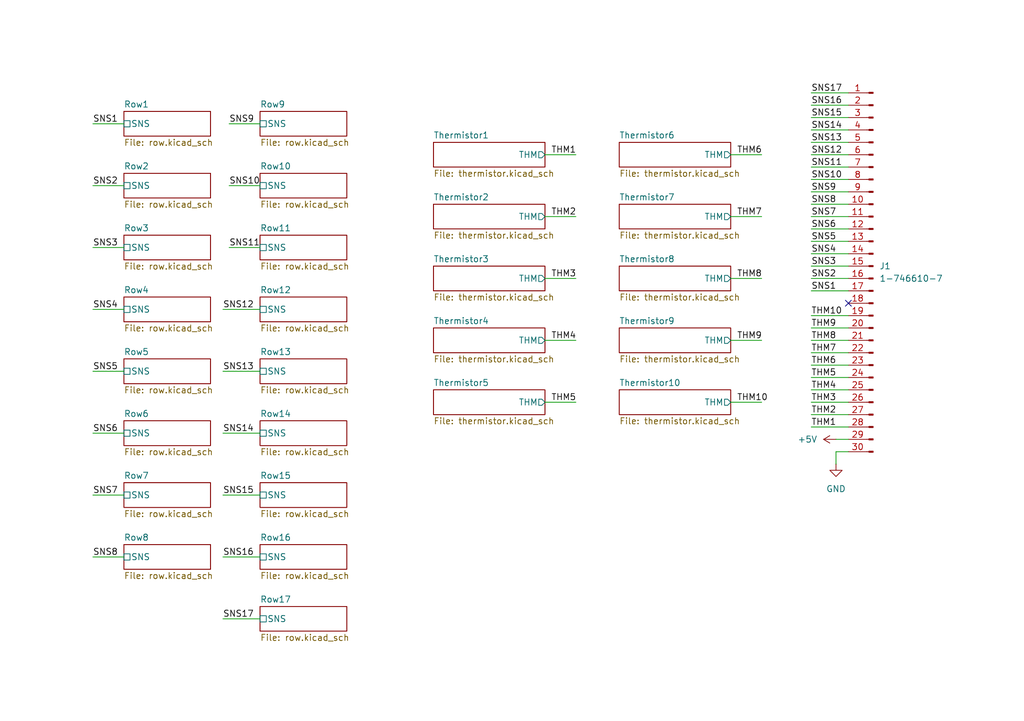
<source format=kicad_sch>
(kicad_sch (version 20231120) (generator "eeschema") (generator_version "8.0")
  (paper "A5")
  (lib_symbols
    (symbol "Connector:Conn_01x30_Pin" (pin_names (offset 1.016) hide)
      (property "Reference" "J" (at 0 38.1 0))
      (property "Value" "Conn_01x30_Pin" (at 0 -40.64 0))
      (symbol "Conn_01x30_Pin_1_1"
        (polyline (pts (xy 1.27 -38.1) (xy 0.8636 -38.1)) (stroke (width 0.1524)))
        (polyline (pts (xy 1.27 -35.56) (xy 0.8636 -35.56)) (stroke (width 0.1524)))
        (polyline (pts (xy 1.27 -33.02) (xy 0.8636 -33.02)) (stroke (width 0.1524)))
        (polyline (pts (xy 1.27 -30.48) (xy 0.8636 -30.48)) (stroke (width 0.1524)))
        (polyline (pts (xy 1.27 -27.94) (xy 0.8636 -27.94)) (stroke (width 0.1524)))
        (polyline (pts (xy 1.27 -25.4) (xy 0.8636 -25.4)) (stroke (width 0.1524)))
        (polyline (pts (xy 1.27 -22.86) (xy 0.8636 -22.86)) (stroke (width 0.1524)))
        (polyline (pts (xy 1.27 -20.32) (xy 0.8636 -20.32)) (stroke (width 0.1524)))
        (polyline (pts (xy 1.27 -17.78) (xy 0.8636 -17.78)) (stroke (width 0.1524)))
        (polyline (pts (xy 1.27 -15.24) (xy 0.8636 -15.24)) (stroke (width 0.1524)))
        (polyline (pts (xy 1.27 -12.7) (xy 0.8636 -12.7)) (stroke (width 0.1524)))
        (polyline (pts (xy 1.27 -10.16) (xy 0.8636 -10.16)) (stroke (width 0.1524)))
        (polyline (pts (xy 1.27 -7.62) (xy 0.8636 -7.62)) (stroke (width 0.1524)))
        (polyline (pts (xy 1.27 -5.08) (xy 0.8636 -5.08)) (stroke (width 0.1524)))
        (polyline (pts (xy 1.27 -2.54) (xy 0.8636 -2.54)) (stroke (width 0.1524)))
        (polyline (pts (xy 1.27 0) (xy 0.8636 0)) (stroke (width 0.1524)))
        (polyline (pts (xy 1.27 2.54) (xy 0.8636 2.54)) (stroke (width 0.1524)))
        (polyline (pts (xy 1.27 5.08) (xy 0.8636 5.08)) (stroke (width 0.1524)))
        (polyline (pts (xy 1.27 7.62) (xy 0.8636 7.62)) (stroke (width 0.1524)))
        (polyline (pts (xy 1.27 10.16) (xy 0.8636 10.16)) (stroke (width 0.1524)))
        (polyline (pts (xy 1.27 12.7) (xy 0.8636 12.7)) (stroke (width 0.1524)))
        (polyline (pts (xy 1.27 15.24) (xy 0.8636 15.24)) (stroke (width 0.1524)))
        (polyline (pts (xy 1.27 17.78) (xy 0.8636 17.78)) (stroke (width 0.1524)))
        (polyline (pts (xy 1.27 20.32) (xy 0.8636 20.32)) (stroke (width 0.1524)))
        (polyline (pts (xy 1.27 22.86) (xy 0.8636 22.86)) (stroke (width 0.1524)))
        (polyline (pts (xy 1.27 25.4) (xy 0.8636 25.4)) (stroke (width 0.1524)))
        (polyline (pts (xy 1.27 27.94) (xy 0.8636 27.94)) (stroke (width 0.1524)))
        (polyline (pts (xy 1.27 30.48) (xy 0.8636 30.48)) (stroke (width 0.1524)))
        (polyline (pts (xy 1.27 33.02) (xy 0.8636 33.02)) (stroke (width 0.1524)))
        (polyline (pts (xy 1.27 35.56) (xy 0.8636 35.56)) (stroke (width 0.1524)))
        (rectangle (start 0.8636 -37.973) (end 0 -38.227) (stroke (width 0.1524)) (fill (type outline)))
        (rectangle (start 0.8636 -35.433) (end 0 -35.687) (stroke (width 0.1524)) (fill (type outline)))
        (rectangle (start 0.8636 -32.893) (end 0 -33.147) (stroke (width 0.1524)) (fill (type outline)))
        (rectangle (start 0.8636 -30.353) (end 0 -30.607) (stroke (width 0.1524)) (fill (type outline)))
        (rectangle (start 0.8636 -27.813) (end 0 -28.067) (stroke (width 0.1524)) (fill (type outline)))
        (rectangle (start 0.8636 -25.273) (end 0 -25.527) (stroke (width 0.1524)) (fill (type outline)))
        (rectangle (start 0.8636 -22.733) (end 0 -22.987) (stroke (width 0.1524)) (fill (type outline)))
        (rectangle (start 0.8636 -20.193) (end 0 -20.447) (stroke (width 0.1524)) (fill (type outline)))
        (rectangle (start 0.8636 -17.653) (end 0 -17.907) (stroke (width 0.1524)) (fill (type outline)))
        (rectangle (start 0.8636 -15.113) (end 0 -15.367) (stroke (width 0.1524)) (fill (type outline)))
        (rectangle (start 0.8636 -12.573) (end 0 -12.827) (stroke (width 0.1524)) (fill (type outline)))
        (rectangle (start 0.8636 -10.033) (end 0 -10.287) (stroke (width 0.1524)) (fill (type outline)))
        (rectangle (start 0.8636 -7.493) (end 0 -7.747) (stroke (width 0.1524)) (fill (type outline)))
        (rectangle (start 0.8636 -4.953) (end 0 -5.207) (stroke (width 0.1524)) (fill (type outline)))
        (rectangle (start 0.8636 -2.413) (end 0 -2.667) (stroke (width 0.1524)) (fill (type outline)))
        (rectangle (start 0.8636 0.127) (end 0 -0.127) (stroke (width 0.1524)) (fill (type outline)))
        (rectangle (start 0.8636 2.667) (end 0 2.413) (stroke (width 0.1524)) (fill (type outline)))
        (rectangle (start 0.8636 5.207) (end 0 4.953) (stroke (width 0.1524)) (fill (type outline)))
        (rectangle (start 0.8636 7.747) (end 0 7.493) (stroke (width 0.1524)) (fill (type outline)))
        (rectangle (start 0.8636 10.287) (end 0 10.033) (stroke (width 0.1524)) (fill (type outline)))
        (rectangle (start 0.8636 12.827) (end 0 12.573) (stroke (width 0.1524)) (fill (type outline)))
        (rectangle (start 0.8636 15.367) (end 0 15.113) (stroke (width 0.1524)) (fill (type outline)))
        (rectangle (start 0.8636 17.907) (end 0 17.653) (stroke (width 0.1524)) (fill (type outline)))
        (rectangle (start 0.8636 20.447) (end 0 20.193) (stroke (width 0.1524)) (fill (type outline)))
        (rectangle (start 0.8636 22.987) (end 0 22.733) (stroke (width 0.1524)) (fill (type outline)))
        (rectangle (start 0.8636 25.527) (end 0 25.273) (stroke (width 0.1524)) (fill (type outline)))
        (rectangle (start 0.8636 28.067) (end 0 27.813) (stroke (width 0.1524)) (fill (type outline)))
        (rectangle (start 0.8636 30.607) (end 0 30.353) (stroke (width 0.1524)) (fill (type outline)))
        (rectangle (start 0.8636 33.147) (end 0 32.893) (stroke (width 0.1524)) (fill (type outline)))
        (rectangle (start 0.8636 35.687) (end 0 35.433) (stroke (width 0.1524)) (fill (type outline)))
        (pin passive line (at 5.08 35.56 180) (length 3.81) (name "Pin_1") (number "1"))
        (pin passive line (at 5.08 12.7 180) (length 3.81) (name "Pin_10") (number "10"))
        (pin passive line (at 5.08 10.16 180) (length 3.81) (name "Pin_11") (number "11"))
        (pin passive line (at 5.08 7.62 180) (length 3.81) (name "Pin_12") (number "12"))
        (pin passive line (at 5.08 5.08 180) (length 3.81) (name "Pin_13") (number "13"))
        (pin passive line (at 5.08 2.54 180) (length 3.81) (name "Pin_14") (number "14"))
        (pin passive line (at 5.08 0 180) (length 3.81) (name "Pin_15") (number "15"))
        (pin passive line (at 5.08 -2.54 180) (length 3.81) (name "Pin_16") (number "16"))
        (pin passive line (at 5.08 -5.08 180) (length 3.81) (name "Pin_17") (number "17"))
        (pin passive line (at 5.08 -7.62 180) (length 3.81) (name "Pin_18") (number "18"))
        (pin passive line (at 5.08 -10.16 180) (length 3.81) (name "Pin_19") (number "19"))
        (pin passive line (at 5.08 33.02 180) (length 3.81) (name "Pin_2") (number "2"))
        (pin passive line (at 5.08 -12.7 180) (length 3.81) (name "Pin_20") (number "20"))
        (pin passive line (at 5.08 -15.24 180) (length 3.81) (name "Pin_21") (number "21"))
        (pin passive line (at 5.08 -17.78 180) (length 3.81) (name "Pin_22") (number "22"))
        (pin passive line (at 5.08 -20.32 180) (length 3.81) (name "Pin_23") (number "23"))
        (pin passive line (at 5.08 -22.86 180) (length 3.81) (name "Pin_24") (number "24"))
        (pin passive line (at 5.08 -25.4 180) (length 3.81) (name "Pin_25") (number "25"))
        (pin passive line (at 5.08 -27.94 180) (length 3.81) (name "Pin_26") (number "26"))
        (pin passive line (at 5.08 -30.48 180) (length 3.81) (name "Pin_27") (number "27"))
        (pin passive line (at 5.08 -33.02 180) (length 3.81) (name "Pin_28") (number "28"))
        (pin passive line (at 5.08 -35.56 180) (length 3.81) (name "Pin_29") (number "29"))
        (pin passive line (at 5.08 30.48 180) (length 3.81) (name "Pin_3") (number "3"))
        (pin passive line (at 5.08 -38.1 180) (length 3.81) (name "Pin_30") (number "30"))
        (pin passive line (at 5.08 27.94 180) (length 3.81) (name "Pin_4") (number "4"))
        (pin passive line (at 5.08 25.4 180) (length 3.81) (name "Pin_5") (number "5"))
        (pin passive line (at 5.08 22.86 180) (length 3.81) (name "Pin_6") (number "6"))
        (pin passive line (at 5.08 20.32 180) (length 3.81) (name "Pin_7") (number "7"))
        (pin passive line (at 5.08 17.78 180) (length 3.81) (name "Pin_8") (number "8"))
        (pin passive line (at 5.08 15.24 180) (length 3.81) (name "Pin_9") (number "9"))
      )
    )
    (symbol "power:+5V" (power) (pin_numbers hide) (pin_names (offset 0) hide)
      (property "Value" "+5V" (at 0 3.556 0))
      (symbol "+5V_0_1"
        (polyline (pts (xy -0.762 1.27) (xy 0 2.54)))
        (polyline (pts (xy 0 0) (xy 0 2.54)))
        (polyline (pts (xy 0 2.54) (xy 0.762 1.27)))
      )
      (symbol "+5V_1_1"
        (pin power_in line (at 0 0 90) (length 0) (name "~") (number "1"))
      )
    )
    (symbol "power:GND" (power) (pin_numbers hide) (pin_names (offset 0) hide)
      (property "Value" "GND" (at 0 -3.81 0))
      (symbol "GND_0_1"
        (polyline (pts (xy 0 0) (xy 0 -1.27) (xy 1.27 -1.27) (xy 0 -2.54) (xy -1.27 -1.27) (xy 0 -1.27)))
      )
      (symbol "GND_1_1"
        (pin power_in line (at 0 0 270) (length 0) (name "~") (number "1"))
      )
    )
  )
  (no_connect (at 173.99 62.23))
  (wire (pts (xy 19.05 50.8) (xy 25.4 50.8)))
  (wire (pts (xy 166.37 54.61) (xy 173.99 54.61)))
  (wire (pts (xy 166.37 29.21) (xy 173.99 29.21)))
  (wire (pts (xy 166.37 39.37) (xy 173.99 39.37)))
  (wire (pts (xy 111.76 69.85) (xy 118.11 69.85)))
  (wire (pts (xy 166.37 24.13) (xy 173.99 24.13)))
  (wire (pts (xy 46.99 38.1) (xy 53.34 38.1)))
  (wire (pts (xy 166.37 82.55) (xy 173.99 82.55)))
  (wire (pts (xy 166.37 46.99) (xy 173.99 46.99)))
  (wire (pts (xy 45.72 63.5) (xy 53.34 63.5)))
  (wire (pts (xy 166.37 74.93) (xy 173.99 74.93)))
  (wire (pts (xy 166.37 49.53) (xy 173.99 49.53)))
  (wire (pts (xy 46.99 25.4) (xy 53.34 25.4)))
  (wire (pts (xy 149.86 57.15) (xy 156.21 57.15)))
  (wire (pts (xy 166.37 19.05) (xy 173.99 19.05)))
  (wire (pts (xy 166.37 59.69) (xy 173.99 59.69)))
  (wire (pts (xy 166.37 34.29) (xy 173.99 34.29)))
  (wire (pts (xy 111.76 82.55) (xy 118.11 82.55)))
  (wire (pts (xy 166.37 77.47) (xy 173.99 77.47)))
  (wire (pts (xy 19.05 38.1) (xy 25.4 38.1)))
  (wire (pts (xy 45.72 114.3) (xy 53.34 114.3)))
  (wire (pts (xy 166.37 64.77) (xy 173.99 64.77)))
  (wire (pts (xy 166.37 21.59) (xy 173.99 21.59)))
  (wire (pts (xy 45.72 76.2) (xy 53.34 76.2)))
  (wire (pts (xy 166.37 44.45) (xy 173.99 44.45)))
  (wire (pts (xy 19.05 114.3) (xy 25.4 114.3)))
  (wire (pts (xy 166.37 72.39) (xy 173.99 72.39)))
  (wire (pts (xy 149.86 69.85) (xy 156.21 69.85)))
  (wire (pts (xy 111.76 44.45) (xy 118.11 44.45)))
  (wire (pts (xy 111.76 57.15) (xy 118.11 57.15)))
  (wire (pts (xy 19.05 88.9) (xy 25.4 88.9)))
  (wire (pts (xy 171.45 95.25) (xy 171.45 92.71)))
  (wire (pts (xy 46.99 50.8) (xy 53.34 50.8)))
  (wire (pts (xy 166.37 41.91) (xy 173.99 41.91)))
  (wire (pts (xy 19.05 63.5) (xy 25.4 63.5)))
  (wire (pts (xy 166.37 36.83) (xy 173.99 36.83)))
  (wire (pts (xy 171.45 92.71) (xy 173.99 92.71)))
  (wire (pts (xy 171.45 90.17) (xy 173.99 90.17)))
  (wire (pts (xy 19.05 25.4) (xy 25.4 25.4)))
  (wire (pts (xy 166.37 85.09) (xy 173.99 85.09)))
  (wire (pts (xy 19.05 101.6) (xy 25.4 101.6)))
  (wire (pts (xy 166.37 80.01) (xy 173.99 80.01)))
  (wire (pts (xy 45.72 101.6) (xy 53.34 101.6)))
  (wire (pts (xy 166.37 87.63) (xy 173.99 87.63)))
  (wire (pts (xy 166.37 69.85) (xy 173.99 69.85)))
  (wire (pts (xy 166.37 52.07) (xy 173.99 52.07)))
  (wire (pts (xy 149.86 44.45) (xy 156.21 44.45)))
  (wire (pts (xy 19.05 76.2) (xy 25.4 76.2)))
  (wire (pts (xy 149.86 31.75) (xy 156.21 31.75)))
  (wire (pts (xy 149.86 82.55) (xy 156.21 82.55)))
  (wire (pts (xy 45.72 88.9) (xy 53.34 88.9)))
  (wire (pts (xy 166.37 67.31) (xy 173.99 67.31)))
  (wire (pts (xy 166.37 31.75) (xy 173.99 31.75)))
  (wire (pts (xy 111.76 31.75) (xy 118.11 31.75)))
  (wire (pts (xy 45.72 127) (xy 53.34 127)))
  (wire (pts (xy 166.37 26.67) (xy 173.99 26.67)))
  (wire (pts (xy 166.37 57.15) (xy 173.99 57.15)))
  (label "SNS6" (at 19.05 88.9 0))
  (label "SNS5" (at 19.05 76.2 0))
  (label "THM4" (at 166.37 80.01 0))
  (label "THM5" (at 166.37 77.47 0))
  (label "SNS16" (at 166.37 21.59 0))
  (label "SNS7" (at 166.37 44.45 0))
  (label "SNS14" (at 45.72 88.9 0))
  (label "SNS12" (at 45.72 63.5 0))
  (label "THM10" (at 166.37 64.77 0))
  (label "SNS16" (at 45.72 114.3 0))
  (label "THM7" (at 151.13 44.45 0))
  (label "THM5" (at 113.03 82.55 0))
  (label "THM1" (at 113.03 31.75 0))
  (label "THM2" (at 166.37 85.09 0))
  (label "SNS17" (at 166.37 19.05 0))
  (label "SNS10" (at 46.99 38.1 0))
  (label "SNS12" (at 166.37 31.75 0))
  (label "SNS1" (at 166.37 59.69 0))
  (label "SNS15" (at 45.72 101.6 0))
  (label "SNS8" (at 19.05 114.3 0))
  (label "SNS10" (at 166.37 36.83 0))
  (label "THM1" (at 166.37 87.63 0))
  (label "SNS6" (at 166.37 46.99 0))
  (label "SNS17" (at 45.72 127 0))
  (label "THM10" (at 151.13 82.55 0))
  (label "THM9" (at 151.13 69.85 0))
  (label "SNS13" (at 45.72 76.2 0))
  (label "THM7" (at 166.37 72.39 0))
  (label "THM6" (at 166.37 74.93 0))
  (label "THM3" (at 166.37 82.55 0))
  (label "SNS9" (at 46.99 25.4 0))
  (label "THM2" (at 113.03 44.45 0))
  (label "SNS5" (at 166.37 49.53 0))
  (label "SNS14" (at 166.37 26.67 0))
  (label "THM4" (at 113.03 69.85 0))
  (label "SNS11" (at 46.99 50.8 0))
  (label "SNS2" (at 19.05 38.1 0))
  (label "SNS8" (at 166.37 41.91 0))
  (label "SNS4" (at 166.37 52.07 0))
  (label "THM3" (at 113.03 57.15 0))
  (label "SNS7" (at 19.05 101.6 0))
  (label "SNS4" (at 19.05 63.5 0))
  (label "THM6" (at 151.13 31.75 0))
  (label "SNS1" (at 19.05 25.4 0))
  (label "SNS2" (at 166.37 57.15 0))
  (label "SNS15" (at 166.37 24.13 0))
  (label "SNS9" (at 166.37 39.37 0))
  (label "THM9" (at 166.37 67.31 0))
  (label "THM8" (at 166.37 69.85 0))
  (label "THM8" (at 151.13 57.15 0))
  (label "SNS11" (at 166.37 34.29 0))
  (label "SNS3" (at 19.05 50.8 0))
  (label "SNS3" (at 166.37 54.61 0))
  (label "SNS13" (at 166.37 29.21 0))
  (symbol (lib_id "power:GND") (at 171.45 95.25 0) (unit 1)
    (property "Reference" "#PWR021" (effects (hide yes)))
    (property "Value" "GND" (at 171.45 100.33 0))
    (property "Description" "Power symbol creates a global label with name \"GND\" , ground" (effects (hide yes)))
  )
  (symbol (lib_id "Connector:Conn_01x30_Pin") (at 179.07 54.61 0) (mirror y) (unit 1)
    (property "Reference" "J1" (at 180.34 54.6099 0) (effects (justify right)))
    (property "Value" "1-746610-7" (at 180.34 57.1499 0) (effects (justify right)))
    (property "Description" "Generic connector, single row, 01x30, script generated" (effects (hide yes)))
  )
  (symbol (lib_id "power:+5V") (at 171.45 90.17 90) (unit 1)
    (property "Reference" "#PWR022" (effects (hide yes)))
    (property "Value" "+5V" (at 167.64 90.1699 90) (effects (justify left)))
    (property "Description" "Power symbol creates a global label with name \"+5V\"" (effects (hide yes)))
  )
  (sheet (at 25.4 111.76) (size 17.78 5.08) (stroke (width 0.1524))
    (property "Sheetname" "Row8" (at 25.4 111.0484 0) (effects (justify left bottom)))
    (property "Sheetfile" "row.kicad_sch" (at 25.4 117.4246 0) (effects (justify left top)))
    (pin "SNS" passive (at 25.4 114.3 180))
  )
  (sheet (at 53.34 60.96) (size 17.78 5.08) (stroke (width 0.1524))
    (property "Sheetname" "Row12" (at 53.34 60.2484 0) (effects (justify left bottom)))
    (property "Sheetfile" "row.kicad_sch" (at 53.34 66.6246 0) (effects (justify left top)))
    (pin "SNS" passive (at 53.34 63.5 180))
  )
  (sheet (at 88.9 67.31) (size 22.86 5.08) (stroke (width 0.1524))
    (property "Sheetname" "Thermistor4" (at 88.9 66.5984 0) (effects (justify left bottom)))
    (property "Sheetfile" "thermistor.kicad_sch" (at 88.9 72.9746 0) (effects (justify left top)))
    (pin "THM" output (at 111.76 69.85 0))
  )
  (sheet (at 127 67.31) (size 22.86 5.08) (stroke (width 0.1524))
    (property "Sheetname" "Thermistor9" (at 127 66.5984 0) (effects (justify left bottom)))
    (property "Sheetfile" "thermistor.kicad_sch" (at 127 72.9746 0) (effects (justify left top)))
    (pin "THM" output (at 149.86 69.85 0))
  )
  (sheet (at 88.9 80.01) (size 22.86 5.08) (stroke (width 0.1524))
    (property "Sheetname" "Thermistor5" (at 88.9 79.2984 0) (effects (justify left bottom)))
    (property "Sheetfile" "thermistor.kicad_sch" (at 88.9 85.6746 0) (effects (justify left top)))
    (pin "THM" output (at 111.76 82.55 0))
  )
  (sheet (at 127 54.61) (size 22.86 5.08) (stroke (width 0.1524))
    (property "Sheetname" "Thermistor8" (at 127 53.8984 0) (effects (justify left bottom)))
    (property "Sheetfile" "thermistor.kicad_sch" (at 127 60.2746 0) (effects (justify left top)))
    (pin "THM" output (at 149.86 57.15 0))
  )
  (sheet (at 88.9 54.61) (size 22.86 5.08) (stroke (width 0.1524))
    (property "Sheetname" "Thermistor3" (at 88.9 53.8984 0) (effects (justify left bottom)))
    (property "Sheetfile" "thermistor.kicad_sch" (at 88.9 60.2746 0) (effects (justify left top)))
    (pin "THM" output (at 111.76 57.15 0))
  )
  (sheet (at 127 29.21) (size 22.86 5.08) (stroke (width 0.1524))
    (property "Sheetname" "Thermistor6" (at 127 28.4984 0) (effects (justify left bottom)))
    (property "Sheetfile" "thermistor.kicad_sch" (at 127 34.8746 0) (effects (justify left top)))
    (pin "THM" output (at 149.86 31.75 0))
  )
  (sheet (at 53.34 22.86) (size 17.78 5.08) (stroke (width 0.1524))
    (property "Sheetname" "Row9" (at 53.34 22.1484 0) (effects (justify left bottom)))
    (property "Sheetfile" "row.kicad_sch" (at 53.34 28.5246 0) (effects (justify left top)))
    (pin "SNS" passive (at 53.34 25.4 180))
  )
  (sheet (at 53.34 99.06) (size 17.78 5.08) (stroke (width 0.1524))
    (property "Sheetname" "Row15" (at 53.34 98.3484 0) (effects (justify left bottom)))
    (property "Sheetfile" "row.kicad_sch" (at 53.34 104.7246 0) (effects (justify left top)))
    (pin "SNS" passive (at 53.34 101.6 180))
  )
  (sheet (at 127 41.91) (size 22.86 5.08) (stroke (width 0.1524))
    (property "Sheetname" "Thermistor7" (at 127 41.1984 0) (effects (justify left bottom)))
    (property "Sheetfile" "thermistor.kicad_sch" (at 127 47.5746 0) (effects (justify left top)))
    (pin "THM" output (at 149.86 44.45 0))
  )
  (sheet (at 53.34 48.26) (size 17.78 5.08) (stroke (width 0.1524))
    (property "Sheetname" "Row11" (at 53.34 47.5484 0) (effects (justify left bottom)))
    (property "Sheetfile" "row.kicad_sch" (at 53.34 53.9246 0) (effects (justify left top)))
    (pin "SNS" passive (at 53.34 50.8 180))
  )
  (sheet (at 25.4 99.06) (size 17.78 5.08) (stroke (width 0.1524))
    (property "Sheetname" "Row7" (at 25.4 98.3484 0) (effects (justify left bottom)))
    (property "Sheetfile" "row.kicad_sch" (at 25.4 104.7246 0) (effects (justify left top)))
    (pin "SNS" passive (at 25.4 101.6 180))
  )
  (sheet (at 53.34 111.76) (size 17.78 5.08) (stroke (width 0.1524))
    (property "Sheetname" "Row16" (at 53.34 111.0484 0) (effects (justify left bottom)))
    (property "Sheetfile" "row.kicad_sch" (at 53.34 117.4246 0) (effects (justify left top)))
    (pin "SNS" passive (at 53.34 114.3 180))
  )
  (sheet (at 25.4 35.56) (size 17.78 5.08) (stroke (width 0.1524))
    (property "Sheetname" "Row2" (at 25.4 34.8484 0) (effects (justify left bottom)))
    (property "Sheetfile" "row.kicad_sch" (at 25.4 41.2246 0) (effects (justify left top)))
    (pin "SNS" passive (at 25.4 38.1 180))
  )
  (sheet (at 25.4 60.96) (size 17.78 5.08) (stroke (width 0.1524))
    (property "Sheetname" "Row4" (at 25.4 60.2484 0) (effects (justify left bottom)))
    (property "Sheetfile" "row.kicad_sch" (at 25.4 66.6246 0) (effects (justify left top)))
    (pin "SNS" passive (at 25.4 63.5 180))
  )
  (sheet (at 53.34 124.46) (size 17.78 5.08) (stroke (width 0.1524))
    (property "Sheetname" "Row17" (at 53.34 123.7484 0) (effects (justify left bottom)))
    (property "Sheetfile" "row.kicad_sch" (at 53.34 130.1246 0) (effects (justify left top)))
    (pin "SNS" passive (at 53.34 127 180))
  )
  (sheet (at 53.34 86.36) (size 17.78 5.08) (stroke (width 0.1524))
    (property "Sheetname" "Row14" (at 53.34 85.6484 0) (effects (justify left bottom)))
    (property "Sheetfile" "row.kicad_sch" (at 53.34 92.0246 0) (effects (justify left top)))
    (pin "SNS" passive (at 53.34 88.9 180))
  )
  (sheet (at 25.4 22.86) (size 17.78 5.08) (stroke (width 0.1524))
    (property "Sheetname" "Row1" (at 25.4 22.1484 0) (effects (justify left bottom)))
    (property "Sheetfile" "row.kicad_sch" (at 25.4 28.5246 0) (effects (justify left top)))
    (pin "SNS" passive (at 25.4 25.4 180))
  )
  (sheet (at 127 80.01) (size 22.86 5.08) (stroke (width 0.1524))
    (property "Sheetname" "Thermistor10" (at 127 79.2984 0) (effects (justify left bottom)))
    (property "Sheetfile" "thermistor.kicad_sch" (at 127 85.6746 0) (effects (justify left top)))
    (pin "THM" output (at 149.86 82.55 0))
  )
  (sheet (at 25.4 73.66) (size 17.78 5.08) (stroke (width 0.1524))
    (property "Sheetname" "Row5" (at 25.4 72.9484 0) (effects (justify left bottom)))
    (property "Sheetfile" "row.kicad_sch" (at 25.4 79.3246 0) (effects (justify left top)))
    (pin "SNS" passive (at 25.4 76.2 180))
  )
  (sheet (at 53.34 35.56) (size 17.78 5.08) (stroke (width 0.1524))
    (property "Sheetname" "Row10" (at 53.34 34.8484 0) (effects (justify left bottom)))
    (property "Sheetfile" "row.kicad_sch" (at 53.34 41.2246 0) (effects (justify left top)))
    (pin "SNS" passive (at 53.34 38.1 180))
  )
  (sheet (at 25.4 86.36) (size 17.78 5.08) (stroke (width 0.1524))
    (property "Sheetname" "Row6" (at 25.4 85.6484 0) (effects (justify left bottom)))
    (property "Sheetfile" "row.kicad_sch" (at 25.4 92.0246 0) (effects (justify left top)))
    (pin "SNS" passive (at 25.4 88.9 180))
  )
  (sheet (at 53.34 73.66) (size 17.78 5.08) (stroke (width 0.1524))
    (property "Sheetname" "Row13" (at 53.34 72.9484 0) (effects (justify left bottom)))
    (property "Sheetfile" "row.kicad_sch" (at 53.34 79.3246 0) (effects (justify left top)))
    (pin "SNS" passive (at 53.34 76.2 180))
  )
  (sheet (at 88.9 29.21) (size 22.86 5.08) (stroke (width 0.1524))
    (property "Sheetname" "Thermistor1" (at 88.9 28.4984 0) (effects (justify left bottom)))
    (property "Sheetfile" "thermistor.kicad_sch" (at 88.9 34.8746 0) (effects (justify left top)))
    (pin "THM" output (at 111.76 31.75 0))
  )
  (sheet (at 88.9 41.91) (size 22.86 5.08) (stroke (width 0.1524))
    (property "Sheetname" "Thermistor2" (at 88.9 41.1984 0) (effects (justify left bottom)))
    (property "Sheetfile" "thermistor.kicad_sch" (at 88.9 47.5746 0) (effects (justify left top)))
    (pin "THM" output (at 111.76 44.45 0))
  )
  (sheet (at 25.4 48.26) (size 17.78 5.08) (stroke (width 0.1524))
    (property "Sheetname" "Row3" (at 25.4 47.5484 0) (effects (justify left bottom)))
    (property "Sheetfile" "row.kicad_sch" (at 25.4 53.9246 0) (effects (justify left top)))
    (pin "SNS" passive (at 25.4 50.8 180))
  )
)
</source>
